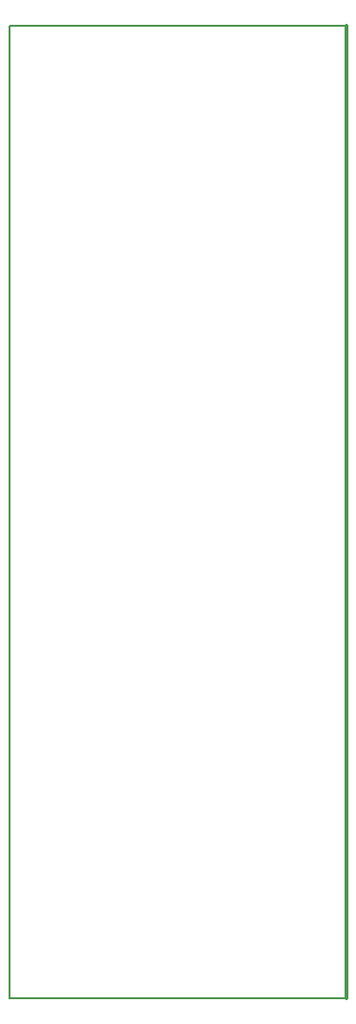
<source format=gbr>
G04 #@! TF.GenerationSoftware,KiCad,Pcbnew,(5.1.0)-1*
G04 #@! TF.CreationDate,2019-04-11T14:16:13-04:00*
G04 #@! TF.ProjectId,moog_vca,6d6f6f67-5f76-4636-912e-6b696361645f,rev?*
G04 #@! TF.SameCoordinates,Original*
G04 #@! TF.FileFunction,Profile,NP*
%FSLAX46Y46*%
G04 Gerber Fmt 4.6, Leading zero omitted, Abs format (unit mm)*
G04 Created by KiCad (PCBNEW (5.1.0)-1) date 2019-04-11 14:16:13*
%MOMM*%
%LPD*%
G04 APERTURE LIST*
%ADD10C,0.150000*%
%ADD11C,0.300000*%
G04 APERTURE END LIST*
D10*
X176784000Y-131445000D02*
X176784000Y-45212000D01*
X206756000Y-131445000D02*
X176784000Y-131445000D01*
D11*
X206756000Y-45212000D02*
X206756000Y-131445000D01*
D10*
X176784000Y-45212000D02*
X206756000Y-45212000D01*
M02*

</source>
